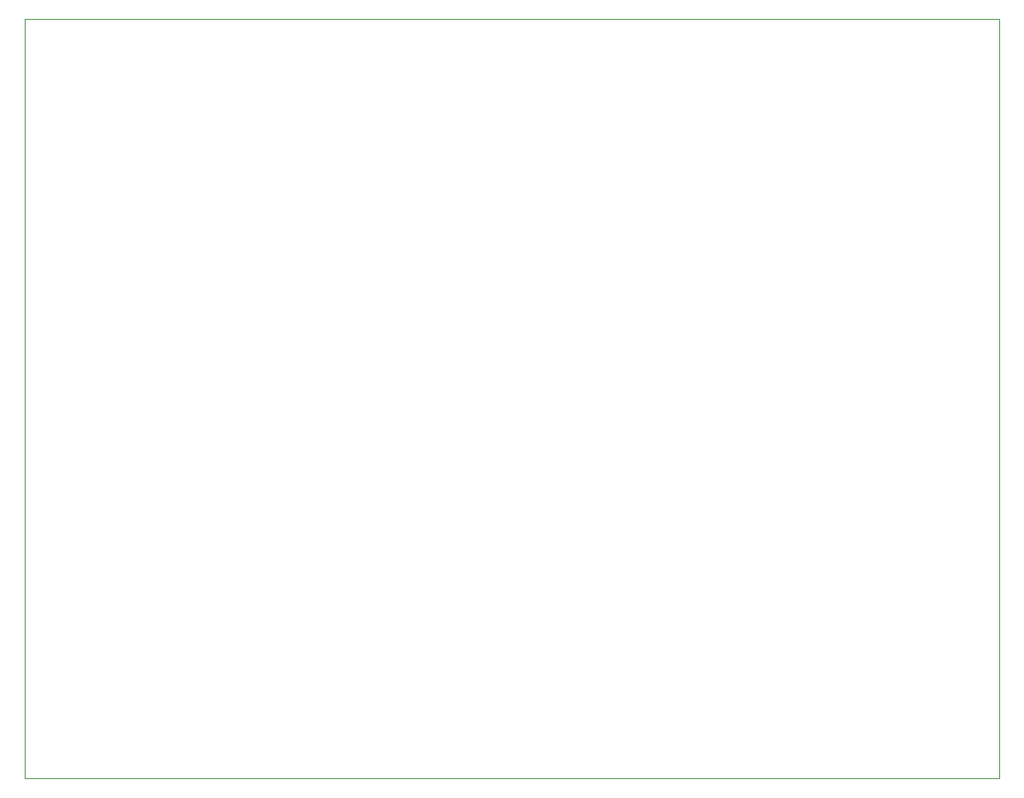
<source format=gm1>
%TF.GenerationSoftware,KiCad,Pcbnew,8.0.5*%
%TF.CreationDate,2025-03-12T16:07:22-07:00*%
%TF.ProjectId,Mechatronics LED,4d656368-6174-4726-9f6e-696373204c45,rev?*%
%TF.SameCoordinates,Original*%
%TF.FileFunction,Profile,NP*%
%FSLAX46Y46*%
G04 Gerber Fmt 4.6, Leading zero omitted, Abs format (unit mm)*
G04 Created by KiCad (PCBNEW 8.0.5) date 2025-03-12 16:07:22*
%MOMM*%
%LPD*%
G01*
G04 APERTURE LIST*
%TA.AperFunction,Profile*%
%ADD10C,0.100000*%
%TD*%
G04 APERTURE END LIST*
D10*
X91150000Y-50670000D02*
X191150000Y-50670000D01*
X191150000Y-128670000D01*
X91150000Y-128670000D01*
X91150000Y-50670000D01*
M02*

</source>
